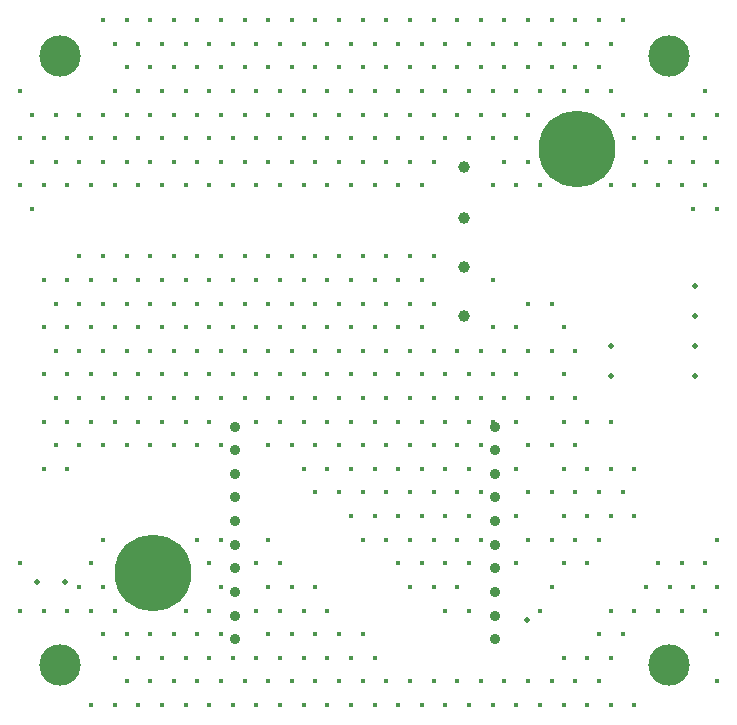
<source format=gbr>
%TF.GenerationSoftware,Altium Limited,Altium Designer,24.2.2 (26)*%
G04 Layer_Color=0*
%FSLAX45Y45*%
%MOMM*%
%TF.SameCoordinates,7B2EFB22-2454-4570-B993-6C8DBF9E02C9*%
%TF.FilePolarity,Positive*%
%TF.FileFunction,Plated,1,2,PTH,Drill*%
%TF.Part,Single*%
G01*
G75*
%TA.AperFunction,ComponentDrill*%
%ADD42C,0.50000*%
%ADD43C,1.00000*%
%ADD44C,0.90000*%
%TA.AperFunction,OtherDrill,Free Pad (57.531mm,57.531mm)*%
%ADD45C,3.50000*%
%TA.AperFunction,OtherDrill,Free Pad (5.969mm,5.969mm)*%
%ADD46C,3.50000*%
%TA.AperFunction,OtherDrill,Free Pad (57.531mm,5.969mm)*%
%ADD47C,3.50000*%
%TA.AperFunction,OtherDrill,Free Pad (49.711mm,49.711mm)*%
%ADD48C,6.50240*%
%TA.AperFunction,OtherDrill,Free Pad (5.969mm,57.531mm)*%
%ADD49C,3.50000*%
%TA.AperFunction,OtherDrill,Free Pad (13.789mm,13.789mm)*%
%ADD50C,6.50240*%
%TA.AperFunction,ViaDrill,NotFilled*%
%ADD51C,0.45000*%
%ADD52C,0.50000*%
D42*
X4015740Y4386580D02*
D03*
X4015700Y4811600D02*
D03*
X4015740Y3971600D02*
D03*
X4015700Y3556600D02*
D03*
D43*
X4015740Y4386580D02*
D03*
X4015700Y4811600D02*
D03*
X4015740Y3971600D02*
D03*
X4015700Y3556600D02*
D03*
D44*
X4275000Y817880D02*
D03*
Y1017880D02*
D03*
Y1217880D02*
D03*
Y1417880D02*
D03*
Y1617880D02*
D03*
Y1817880D02*
D03*
Y2017880D02*
D03*
Y2217880D02*
D03*
Y2417880D02*
D03*
Y2617880D02*
D03*
X2075000D02*
D03*
Y2417880D02*
D03*
Y2217880D02*
D03*
Y2017880D02*
D03*
Y1817880D02*
D03*
Y1617880D02*
D03*
Y1417880D02*
D03*
Y1217880D02*
D03*
Y1017880D02*
D03*
Y817880D02*
D03*
D45*
X5753100Y5753100D02*
D03*
D46*
X596900Y596900D02*
D03*
D47*
X5753100D02*
D03*
D48*
X4971059Y4971059D02*
D03*
D49*
X596900Y5753100D02*
D03*
D50*
X1378941Y1378941D02*
D03*
D51*
X6057465Y5460004D02*
D03*
X6157465Y5260004D02*
D03*
X6057465Y5060004D02*
D03*
X6157465Y4860004D02*
D03*
X6057465Y4660004D02*
D03*
X6157465Y4460004D02*
D03*
Y1660002D02*
D03*
X6057465Y1460002D02*
D03*
X6157465Y1260002D02*
D03*
X6057465Y1060002D02*
D03*
X6157465Y860002D02*
D03*
Y460002D02*
D03*
X5957465Y5260004D02*
D03*
X5857465Y5060004D02*
D03*
X5957465Y4860004D02*
D03*
X5857465Y4660004D02*
D03*
X5957465Y4460004D02*
D03*
X5857465Y1460002D02*
D03*
X5957465Y1260002D02*
D03*
X5857465Y1060002D02*
D03*
X5757464Y5260004D02*
D03*
X5657464Y5060004D02*
D03*
X5757464Y4860004D02*
D03*
X5657464Y4660004D02*
D03*
Y1460002D02*
D03*
X5757464Y1260002D02*
D03*
X5657464Y1060002D02*
D03*
X5557464Y5260004D02*
D03*
X5457464Y5060004D02*
D03*
X5557464Y4860004D02*
D03*
X5457464Y4660004D02*
D03*
Y2260003D02*
D03*
Y1860002D02*
D03*
X5557464Y1260002D02*
D03*
X5457464Y1060002D02*
D03*
Y260002D02*
D03*
X5357464Y6060005D02*
D03*
X5257464Y5860005D02*
D03*
Y5460004D02*
D03*
X5357464Y5260004D02*
D03*
X5257464Y4660004D02*
D03*
Y2660003D02*
D03*
Y2260003D02*
D03*
X5357464Y2060002D02*
D03*
X5257464Y1860002D02*
D03*
Y1060002D02*
D03*
X5357464Y860002D02*
D03*
X5257464Y660002D02*
D03*
Y260002D02*
D03*
X5157464Y6060005D02*
D03*
X5057464Y5860005D02*
D03*
X5157464Y5660004D02*
D03*
X5057464Y5460004D02*
D03*
Y2660003D02*
D03*
Y2260003D02*
D03*
X5157464Y2060002D02*
D03*
X5057464Y1860002D02*
D03*
X5157464Y1660002D02*
D03*
X5057464Y1460002D02*
D03*
X5157464Y860002D02*
D03*
X5057464Y660002D02*
D03*
X5157464Y460002D02*
D03*
X5057464Y260002D02*
D03*
X4957464Y6060005D02*
D03*
X4857464Y5860005D02*
D03*
X4957464Y5660004D02*
D03*
X4857464Y5460004D02*
D03*
Y3460003D02*
D03*
X4957464Y3260003D02*
D03*
X4857464Y3060003D02*
D03*
X4957464Y2860003D02*
D03*
X4857464Y2660003D02*
D03*
X4957464Y2460003D02*
D03*
X4857464Y2260003D02*
D03*
X4957464Y2060002D02*
D03*
X4857464Y1860002D02*
D03*
X4957464Y1660002D02*
D03*
X4857464Y1460002D02*
D03*
Y660002D02*
D03*
X4957464Y460002D02*
D03*
X4857464Y260002D02*
D03*
X4757464Y6060005D02*
D03*
X4657464Y5860005D02*
D03*
X4757464Y5660004D02*
D03*
X4657464Y5460004D02*
D03*
Y4660004D02*
D03*
X4757464Y3660003D02*
D03*
Y3260003D02*
D03*
Y2860003D02*
D03*
Y2460003D02*
D03*
Y2060002D02*
D03*
Y1660002D02*
D03*
Y1260002D02*
D03*
X4657464Y1060002D02*
D03*
X4757464Y460002D02*
D03*
X4657464Y260002D02*
D03*
X4557464Y6060005D02*
D03*
X4457464Y5860005D02*
D03*
X4557464Y5660004D02*
D03*
X4457464Y5460004D02*
D03*
X4557464Y5260004D02*
D03*
X4457464Y5060004D02*
D03*
X4557464Y4860004D02*
D03*
X4457464Y4660004D02*
D03*
X4557464Y3660003D02*
D03*
X4457464Y3460003D02*
D03*
X4557464Y3260003D02*
D03*
X4457464Y3060003D02*
D03*
X4557464Y2860003D02*
D03*
X4457464Y2660003D02*
D03*
X4557464Y2460003D02*
D03*
X4457464Y2260003D02*
D03*
X4557464Y2060002D02*
D03*
X4457464Y1860002D02*
D03*
X4557464Y1660002D02*
D03*
X4457464Y1460002D02*
D03*
X4557464Y460002D02*
D03*
X4457464Y260002D02*
D03*
X4357464Y6060005D02*
D03*
X4257464Y5860005D02*
D03*
X4357464Y5660004D02*
D03*
X4257464Y5460004D02*
D03*
X4357464Y5260004D02*
D03*
X4257464Y5060004D02*
D03*
X4357464Y4860004D02*
D03*
X4257464Y4660004D02*
D03*
Y3860003D02*
D03*
Y3460003D02*
D03*
X4357464Y3260003D02*
D03*
X4257464Y3060003D02*
D03*
X4357464Y2860003D02*
D03*
X4257464Y2660003D02*
D03*
X4357464Y460002D02*
D03*
X4257464Y260002D02*
D03*
X4157464Y6060005D02*
D03*
X4057464Y5860005D02*
D03*
X4157464Y5660004D02*
D03*
X4057464Y5460004D02*
D03*
X4157464Y5260004D02*
D03*
X4057464Y5060004D02*
D03*
X4157464Y3260003D02*
D03*
X4057464Y3060003D02*
D03*
X4157464Y2860003D02*
D03*
X4057464Y2660003D02*
D03*
X4157464Y2460003D02*
D03*
X4057464Y2260003D02*
D03*
X4157464Y2060002D02*
D03*
X4057464Y1860002D02*
D03*
X4157464Y1660002D02*
D03*
X4057464Y1460002D02*
D03*
Y1060002D02*
D03*
X4157464Y460002D02*
D03*
X4057464Y260002D02*
D03*
X3957464Y6060005D02*
D03*
X3857463Y5860005D02*
D03*
X3957464Y5660004D02*
D03*
X3857463Y5460004D02*
D03*
X3957464Y5260004D02*
D03*
X3857463Y5060004D02*
D03*
X3957464Y3260003D02*
D03*
X3857463Y3060003D02*
D03*
X3957464Y2860003D02*
D03*
X3857463Y2660003D02*
D03*
X3957464Y2460003D02*
D03*
X3857463Y2260003D02*
D03*
X3957464Y2060002D02*
D03*
X3857463Y1860002D02*
D03*
X3957464Y1660002D02*
D03*
X3857463Y1460002D02*
D03*
X3957464Y1260002D02*
D03*
X3857463Y1060002D02*
D03*
X3957464Y460002D02*
D03*
X3857463Y260002D02*
D03*
X3757463Y6060005D02*
D03*
X3657463Y5860005D02*
D03*
X3757463Y5660004D02*
D03*
X3657463Y5460004D02*
D03*
X3757463Y5260004D02*
D03*
X3657463Y5060004D02*
D03*
X3757463Y4860004D02*
D03*
X3657463Y4660004D02*
D03*
X3757463Y4060004D02*
D03*
X3657463Y3860003D02*
D03*
X3757463Y3660003D02*
D03*
X3657463Y3460003D02*
D03*
X3757463Y3260003D02*
D03*
X3657463Y3060003D02*
D03*
X3757463Y2860003D02*
D03*
X3657463Y2660003D02*
D03*
X3757463Y2460003D02*
D03*
X3657463Y2260003D02*
D03*
X3757463Y2060002D02*
D03*
X3657463Y1860002D02*
D03*
X3757463Y1660002D02*
D03*
X3657463Y1460002D02*
D03*
X3757463Y1260002D02*
D03*
Y460002D02*
D03*
X3657463Y260002D02*
D03*
X3557463Y6060005D02*
D03*
X3457463Y5860005D02*
D03*
X3557463Y5660004D02*
D03*
X3457463Y5460004D02*
D03*
X3557463Y5260004D02*
D03*
X3457463Y5060004D02*
D03*
X3557463Y4860004D02*
D03*
X3457463Y4660004D02*
D03*
X3557463Y4060004D02*
D03*
X3457463Y3860003D02*
D03*
X3557463Y3660003D02*
D03*
X3457463Y3460003D02*
D03*
X3557463Y3260003D02*
D03*
X3457463Y3060003D02*
D03*
X3557463Y2860003D02*
D03*
X3457463Y2660003D02*
D03*
X3557463Y2460003D02*
D03*
X3457463Y2260003D02*
D03*
X3557463Y2060002D02*
D03*
X3457463Y1860002D02*
D03*
X3557463Y1660002D02*
D03*
X3457463Y1460002D02*
D03*
X3557463Y1260002D02*
D03*
Y460002D02*
D03*
X3457463Y260002D02*
D03*
X3357463Y6060005D02*
D03*
X3257463Y5860005D02*
D03*
X3357463Y5660004D02*
D03*
X3257463Y5460004D02*
D03*
X3357463Y5260004D02*
D03*
X3257463Y5060004D02*
D03*
X3357463Y4860004D02*
D03*
X3257463Y4660004D02*
D03*
X3357463Y4060004D02*
D03*
X3257463Y3860003D02*
D03*
X3357463Y3660003D02*
D03*
X3257463Y3460003D02*
D03*
X3357463Y3260003D02*
D03*
X3257463Y3060003D02*
D03*
X3357463Y2860003D02*
D03*
X3257463Y2660003D02*
D03*
X3357463Y2460003D02*
D03*
X3257463Y2260003D02*
D03*
X3357463Y2060002D02*
D03*
X3257463Y1860002D02*
D03*
X3357463Y1660002D02*
D03*
X3257463Y660002D02*
D03*
X3357463Y460002D02*
D03*
X3257463Y260002D02*
D03*
X3157463Y6060005D02*
D03*
X3057463Y5860005D02*
D03*
X3157463Y5660004D02*
D03*
X3057463Y5460004D02*
D03*
X3157463Y5260004D02*
D03*
X3057463Y5060004D02*
D03*
X3157463Y4860004D02*
D03*
X3057463Y4660004D02*
D03*
X3157463Y4060004D02*
D03*
X3057463Y3860003D02*
D03*
X3157463Y3660003D02*
D03*
X3057463Y3460003D02*
D03*
X3157463Y3260003D02*
D03*
X3057463Y3060003D02*
D03*
X3157463Y2860003D02*
D03*
X3057463Y2660003D02*
D03*
X3157463Y2460003D02*
D03*
X3057463Y2260003D02*
D03*
X3157463Y2060002D02*
D03*
X3057463Y1860002D02*
D03*
X3157463Y1660002D02*
D03*
Y860002D02*
D03*
X3057463Y660002D02*
D03*
X3157463Y460002D02*
D03*
X3057463Y260002D02*
D03*
X2957463Y6060005D02*
D03*
X2857463Y5860005D02*
D03*
X2957463Y5660004D02*
D03*
X2857463Y5460004D02*
D03*
X2957463Y5260004D02*
D03*
X2857463Y5060004D02*
D03*
X2957463Y4860004D02*
D03*
X2857463Y4660004D02*
D03*
X2957463Y4060004D02*
D03*
X2857463Y3860003D02*
D03*
X2957463Y3660003D02*
D03*
X2857463Y3460003D02*
D03*
X2957463Y3260003D02*
D03*
X2857463Y3060003D02*
D03*
X2957463Y2860003D02*
D03*
X2857463Y2660003D02*
D03*
X2957463Y2460003D02*
D03*
X2857463Y2260003D02*
D03*
X2957463Y2060002D02*
D03*
X2857463Y1060002D02*
D03*
X2957463Y860002D02*
D03*
X2857463Y660002D02*
D03*
X2957463Y460002D02*
D03*
X2857463Y260002D02*
D03*
X2757463Y6060005D02*
D03*
X2657463Y5860005D02*
D03*
X2757463Y5660004D02*
D03*
X2657463Y5460004D02*
D03*
X2757463Y5260004D02*
D03*
X2657463Y5060004D02*
D03*
X2757463Y4860004D02*
D03*
X2657463Y4660004D02*
D03*
X2757463Y4060004D02*
D03*
X2657463Y3860003D02*
D03*
X2757463Y3660003D02*
D03*
X2657463Y3460003D02*
D03*
X2757463Y3260003D02*
D03*
X2657463Y3060003D02*
D03*
X2757463Y2860003D02*
D03*
X2657463Y2660003D02*
D03*
X2757463Y2460003D02*
D03*
X2657463Y2260003D02*
D03*
X2757463Y2060002D02*
D03*
Y1260002D02*
D03*
X2657463Y1060002D02*
D03*
X2757463Y860002D02*
D03*
X2657463Y660002D02*
D03*
X2757463Y460002D02*
D03*
X2657463Y260002D02*
D03*
X2557463Y6060005D02*
D03*
X2457463Y5860005D02*
D03*
X2557463Y5660004D02*
D03*
X2457463Y5460004D02*
D03*
X2557463Y5260004D02*
D03*
X2457463Y5060004D02*
D03*
X2557463Y4860004D02*
D03*
X2457463Y4660004D02*
D03*
X2557463Y4060004D02*
D03*
X2457463Y3860003D02*
D03*
X2557463Y3660003D02*
D03*
X2457463Y3460003D02*
D03*
X2557463Y3260003D02*
D03*
X2457463Y3060003D02*
D03*
X2557463Y2860003D02*
D03*
X2457463Y2660003D02*
D03*
X2557463Y2460003D02*
D03*
X2457463Y1460002D02*
D03*
X2557463Y1260002D02*
D03*
X2457463Y1060002D02*
D03*
X2557463Y860002D02*
D03*
X2457463Y660002D02*
D03*
X2557463Y460002D02*
D03*
X2457463Y260002D02*
D03*
X2357463Y6060005D02*
D03*
X2257463Y5860005D02*
D03*
X2357463Y5660004D02*
D03*
X2257463Y5460004D02*
D03*
X2357463Y5260004D02*
D03*
X2257463Y5060004D02*
D03*
X2357463Y4860004D02*
D03*
X2257463Y4660004D02*
D03*
X2357463Y4060004D02*
D03*
X2257463Y3860003D02*
D03*
X2357463Y3660003D02*
D03*
X2257463Y3460003D02*
D03*
X2357463Y3260003D02*
D03*
X2257463Y3060003D02*
D03*
X2357463Y2860003D02*
D03*
X2257463Y2660003D02*
D03*
X2357463Y2460003D02*
D03*
Y1660002D02*
D03*
X2257463Y1460002D02*
D03*
X2357463Y1260002D02*
D03*
X2257463Y1060002D02*
D03*
X2357463Y860002D02*
D03*
X2257463Y660002D02*
D03*
X2357463Y460002D02*
D03*
X2257463Y260002D02*
D03*
X2157463Y6060005D02*
D03*
X2057462Y5860005D02*
D03*
X2157463Y5660004D02*
D03*
X2057462Y5460004D02*
D03*
X2157463Y5260004D02*
D03*
X2057462Y5060004D02*
D03*
X2157463Y4860004D02*
D03*
X2057462Y4660004D02*
D03*
X2157463Y4060004D02*
D03*
X2057462Y3860003D02*
D03*
X2157463Y3660003D02*
D03*
X2057462Y3460003D02*
D03*
X2157463Y3260003D02*
D03*
X2057462Y3060003D02*
D03*
X2157463Y2860003D02*
D03*
X2057462Y660002D02*
D03*
X2157463Y460002D02*
D03*
X2057462Y260002D02*
D03*
X1957462Y6060005D02*
D03*
X1857462Y5860005D02*
D03*
X1957462Y5660004D02*
D03*
X1857462Y5460004D02*
D03*
X1957462Y5260004D02*
D03*
X1857462Y5060004D02*
D03*
X1957462Y4860004D02*
D03*
X1857462Y4660004D02*
D03*
X1957462Y4060004D02*
D03*
X1857462Y3860003D02*
D03*
X1957462Y3660003D02*
D03*
X1857462Y3460003D02*
D03*
X1957462Y3260003D02*
D03*
X1857462Y3060003D02*
D03*
X1957462Y2860003D02*
D03*
X1857462Y2660003D02*
D03*
X1957462Y2460003D02*
D03*
Y1660002D02*
D03*
X1857462Y1460002D02*
D03*
X1957462Y1260002D02*
D03*
X1857462Y1060002D02*
D03*
X1957462Y860002D02*
D03*
X1857462Y660002D02*
D03*
X1957462Y460002D02*
D03*
X1857462Y260002D02*
D03*
X1757462Y6060005D02*
D03*
X1657462Y5860005D02*
D03*
X1757462Y5660004D02*
D03*
X1657462Y5460004D02*
D03*
X1757462Y5260004D02*
D03*
X1657462Y5060004D02*
D03*
X1757462Y4860004D02*
D03*
X1657462Y4660004D02*
D03*
X1757462Y4060004D02*
D03*
X1657462Y3860003D02*
D03*
X1757462Y3660003D02*
D03*
X1657462Y3460003D02*
D03*
X1757462Y3260003D02*
D03*
X1657462Y3060003D02*
D03*
X1757462Y2860003D02*
D03*
X1657462Y2660003D02*
D03*
X1757462Y2460003D02*
D03*
Y1660002D02*
D03*
X1657462Y1060002D02*
D03*
X1757462Y860002D02*
D03*
X1657462Y660002D02*
D03*
X1757462Y460002D02*
D03*
X1657462Y260002D02*
D03*
X1557462Y6060005D02*
D03*
X1457462Y5860005D02*
D03*
X1557462Y5660004D02*
D03*
X1457462Y5460004D02*
D03*
X1557462Y5260004D02*
D03*
X1457462Y5060004D02*
D03*
X1557462Y4860004D02*
D03*
X1457462Y4660004D02*
D03*
X1557462Y4060004D02*
D03*
X1457462Y3860003D02*
D03*
X1557462Y3660003D02*
D03*
X1457462Y3460003D02*
D03*
X1557462Y3260003D02*
D03*
X1457462Y3060003D02*
D03*
X1557462Y2860003D02*
D03*
X1457462Y2660003D02*
D03*
X1557462Y2460003D02*
D03*
Y860002D02*
D03*
X1457462Y660002D02*
D03*
X1557462Y460002D02*
D03*
X1457462Y260002D02*
D03*
X1357462Y6060005D02*
D03*
X1257462Y5860005D02*
D03*
X1357462Y5660004D02*
D03*
X1257462Y5460004D02*
D03*
X1357462Y5260004D02*
D03*
X1257462Y5060004D02*
D03*
X1357462Y4860004D02*
D03*
X1257462Y4660004D02*
D03*
X1357462Y4060004D02*
D03*
X1257462Y3860003D02*
D03*
X1357462Y3660003D02*
D03*
X1257462Y3460003D02*
D03*
X1357462Y3260003D02*
D03*
X1257462Y3060003D02*
D03*
X1357462Y2860003D02*
D03*
X1257462Y2660003D02*
D03*
X1357462Y2460003D02*
D03*
Y860002D02*
D03*
X1257462Y660002D02*
D03*
X1357462Y460002D02*
D03*
X1257462Y260002D02*
D03*
X1157462Y6060005D02*
D03*
X1057462Y5860005D02*
D03*
X1157462Y5660004D02*
D03*
X1057462Y5460004D02*
D03*
X1157462Y5260004D02*
D03*
X1057462Y5060004D02*
D03*
X1157462Y4860004D02*
D03*
X1057462Y4660004D02*
D03*
X1157462Y4060004D02*
D03*
X1057462Y3860003D02*
D03*
X1157462Y3660003D02*
D03*
X1057462Y3460003D02*
D03*
X1157462Y3260003D02*
D03*
X1057462Y3060003D02*
D03*
X1157462Y2860003D02*
D03*
X1057462Y2660003D02*
D03*
X1157462Y2460003D02*
D03*
X1057462Y1060002D02*
D03*
X1157462Y860002D02*
D03*
X1057462Y660002D02*
D03*
X1157462Y460002D02*
D03*
X1057462Y260002D02*
D03*
X957462Y6060005D02*
D03*
Y5260004D02*
D03*
X857462Y5060004D02*
D03*
X957462Y4860004D02*
D03*
X857462Y4660004D02*
D03*
X957462Y4060004D02*
D03*
X857462Y3860003D02*
D03*
X957462Y3660003D02*
D03*
X857462Y3460003D02*
D03*
X957462Y3260003D02*
D03*
X857462Y3060003D02*
D03*
X957462Y2860003D02*
D03*
X857462Y2660003D02*
D03*
X957462Y2460003D02*
D03*
Y1660002D02*
D03*
X857462Y1460002D02*
D03*
X957462Y1260002D02*
D03*
X857462Y1060002D02*
D03*
X957462Y860002D02*
D03*
X857462Y260002D02*
D03*
X757462Y5260004D02*
D03*
X657462Y5060004D02*
D03*
X757462Y4860004D02*
D03*
X657462Y4660004D02*
D03*
X757462Y4060004D02*
D03*
X657462Y3860003D02*
D03*
X757462Y3660003D02*
D03*
X657462Y3460003D02*
D03*
X757462Y3260003D02*
D03*
X657462Y3060003D02*
D03*
X757462Y2860003D02*
D03*
X657462Y2660003D02*
D03*
X757462Y2460003D02*
D03*
X657462Y2260003D02*
D03*
X757462Y1260002D02*
D03*
X657462Y1060002D02*
D03*
X557462Y5260004D02*
D03*
X457462Y5060004D02*
D03*
X557462Y4860004D02*
D03*
X457462Y4660004D02*
D03*
Y3860003D02*
D03*
X557462Y3660003D02*
D03*
X457462Y3460003D02*
D03*
X557462Y3260003D02*
D03*
X457462Y3060003D02*
D03*
X557462Y2860003D02*
D03*
X457462Y2660003D02*
D03*
X557462Y2460003D02*
D03*
X457462Y2260003D02*
D03*
Y1060002D02*
D03*
X257462Y5460004D02*
D03*
X357462Y5260004D02*
D03*
X257462Y5060004D02*
D03*
X357462Y4860004D02*
D03*
X257462Y4660004D02*
D03*
X357462Y4460004D02*
D03*
X257462Y1460002D02*
D03*
Y1060002D02*
D03*
D52*
X637540Y1304260D02*
D03*
X396240D02*
D03*
X4544060Y977900D02*
D03*
X5966605Y3808567D02*
D03*
Y3554567D02*
D03*
Y3300567D02*
D03*
Y3046567D02*
D03*
X5262605D02*
D03*
X5261400Y3302000D02*
D03*
%TF.MD5,be1f0841190dfdd995a2b049902efcaf*%
M02*

</source>
